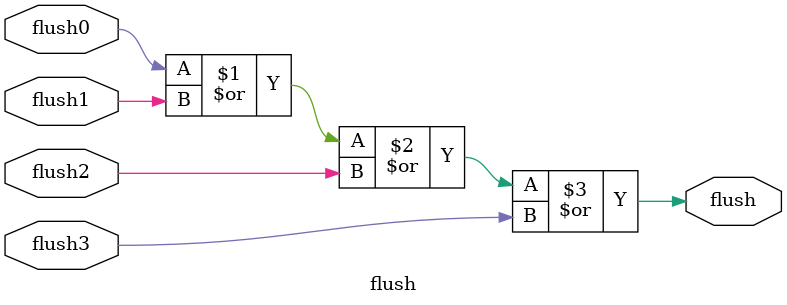
<source format=v>
module flush(
	input flush0, flush1, flush2,flush3,
	output flush);

	assign flush = flush0 | flush1 | flush2 | flush3;
	
endmodule

</source>
